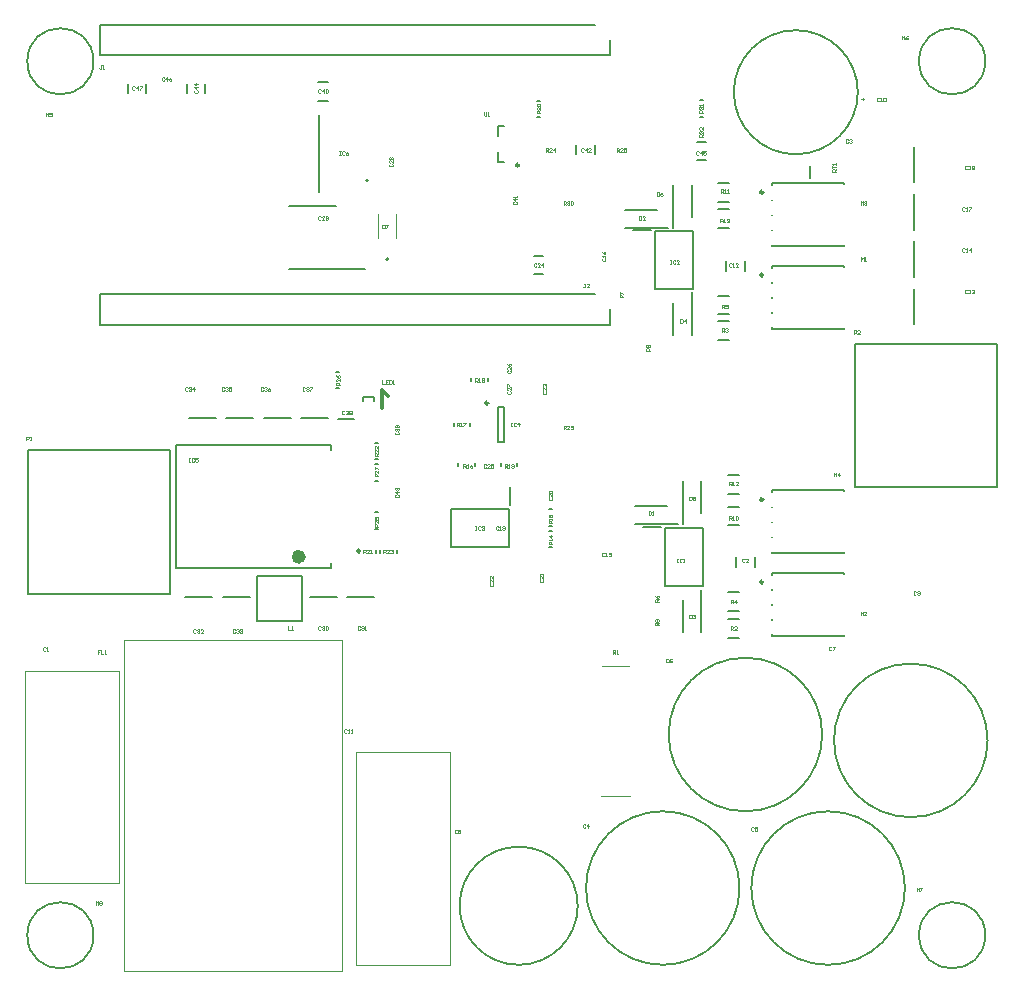
<source format=gto>
G04*
G04 #@! TF.GenerationSoftware,Altium Limited,Altium Designer,20.1.12 (249)*
G04*
G04 Layer_Color=65535*
%FSLAX44Y44*%
%MOMM*%
G71*
G04*
G04 #@! TF.SameCoordinates,85B36F8B-E135-4E31-A215-2F58F684B550*
G04*
G04*
G04 #@! TF.FilePolarity,Positive*
G04*
G01*
G75*
%ADD10C,0.6000*%
%ADD11C,0.2500*%
%ADD12C,0.2000*%
%ADD13C,0.1000*%
%ADD14C,0.3000*%
D10*
X234792Y350500D02*
G03*
X234792Y350500I-3000J0D01*
G01*
D11*
X283792Y355500D02*
G03*
X283792Y355500I-1250J0D01*
G01*
X392250Y480500D02*
G03*
X392250Y480500I-1250J0D01*
G01*
X625000Y329050D02*
G03*
X625000Y329050I-1250J0D01*
G01*
Y589050D02*
G03*
X625000Y589050I-1250J0D01*
G01*
Y399050D02*
G03*
X625000Y399050I-1250J0D01*
G01*
Y659050D02*
G03*
X625000Y659050I-1250J0D01*
G01*
X418250Y682000D02*
G03*
X418250Y682000I-1250J0D01*
G01*
D12*
X305766Y602492D02*
G03*
X307766Y602492I1000J0D01*
G01*
D02*
G03*
X305766Y602492I-1000J0D01*
G01*
X290340Y669120D02*
G03*
X290340Y669120I-890J0D01*
G01*
X58000Y770000D02*
G03*
X58000Y770000I-28000J0D01*
G01*
X675000Y200000D02*
G03*
X675000Y200000I-65000J0D01*
G01*
X705161Y743785D02*
G03*
X705161Y743785I-52500J0D01*
G01*
X58000Y30000D02*
G03*
X58000Y30000I-28000J0D01*
G01*
X745000Y70000D02*
G03*
X745000Y70000I-65000J0D01*
G01*
X605000D02*
G03*
X605000Y70000I-65000J0D01*
G01*
X468000Y55000D02*
G03*
X468000Y55000I-50000J0D01*
G01*
X815000Y195000D02*
G03*
X815000Y195000I-65000J0D01*
G01*
X813000Y770000D02*
G03*
X813000Y770000I-28000J0D01*
G01*
Y30000D02*
G03*
X813000Y30000I-28000J0D01*
G01*
X495700Y774950D02*
Y788000D01*
X63550Y774950D02*
X495700D01*
X63550D02*
Y800700D01*
X483000D01*
X703043Y530800D02*
X823043D01*
Y409200D02*
Y530800D01*
X703043Y409200D02*
X823043D01*
X703043D02*
Y530800D01*
X508166Y644426D02*
X535166D01*
X508166Y628927D02*
X544416D01*
X433750Y722542D02*
X436250D01*
X433750Y736543D02*
X436250D01*
X87145Y743158D02*
Y751095D01*
X102707Y743158D02*
Y751095D01*
X248531Y736559D02*
X256469D01*
X248531Y752121D02*
X256469D01*
X128293Y445050D02*
X258792D01*
X128293Y341000D02*
X258792D01*
Y345500D01*
Y440500D02*
Y445050D01*
X128293Y341000D02*
Y445050D01*
X138500Y468000D02*
X161500D01*
X170500D02*
X193500D01*
X202000D02*
X225000D01*
X263568Y493000D02*
X266068D01*
X263568Y507000D02*
X266068D01*
X285818Y485500D02*
X295818D01*
X285818Y482500D02*
Y485500D01*
X295818Y482500D02*
Y485500D01*
X516500Y393750D02*
X543500D01*
X516500Y378250D02*
X552750D01*
X392000Y499250D02*
Y501750D01*
X378000Y499250D02*
Y501750D01*
X2500Y319200D02*
X122500D01*
X2500D02*
Y440800D01*
X122500D01*
Y319200D02*
Y440800D01*
X223314Y594191D02*
X288314D01*
X223314Y647191D02*
X263064D01*
X296567Y374000D02*
X299068D01*
X296567Y388000D02*
X299068D01*
X296817Y353750D02*
Y356250D01*
X282817Y353750D02*
Y356250D01*
X314818Y353750D02*
Y356250D01*
X300818Y353750D02*
Y356250D01*
X377000Y461250D02*
Y463750D01*
X363000Y461250D02*
Y463750D01*
X405500Y447500D02*
Y477500D01*
X400500Y447500D02*
Y477500D01*
Y447500D02*
X405500D01*
X400500Y477500D02*
X405500D01*
X264818Y467000D02*
X278818D01*
X135500Y316000D02*
X158500D01*
X167318D02*
X190317D01*
X196817Y334000D02*
X234818D01*
X196817Y296000D02*
Y334000D01*
Y296000D02*
X234818D01*
Y334000D01*
X241318Y316000D02*
X264317D01*
X272600D02*
X295600D01*
X381000Y427250D02*
Y429750D01*
X367000Y427250D02*
Y429750D01*
X417000Y427250D02*
Y429750D01*
X403000Y427250D02*
Y429750D01*
X443750Y390500D02*
X446250D01*
X443750Y376500D02*
X446250D01*
X409500Y359000D02*
Y391000D01*
X360500Y359000D02*
X409500D01*
X360500D02*
Y391000D01*
X409500D01*
X410800Y394500D02*
Y409750D01*
X443750Y372500D02*
X446250D01*
X443750Y358500D02*
X446250D01*
X296567Y415000D02*
X299068D01*
X296567Y429000D02*
X299068D01*
X296567Y433000D02*
X299068D01*
X296567Y447000D02*
X299068D01*
X233500Y468000D02*
X256500D01*
X249000Y659500D02*
Y724500D01*
X495700Y546950D02*
Y560000D01*
X63550Y546950D02*
X495700D01*
X63550D02*
Y572700D01*
X483000D01*
X431031Y605281D02*
X438969D01*
X431031Y589719D02*
X438969D01*
X466835Y691250D02*
Y699188D01*
X482397Y691250D02*
Y699188D01*
X137292Y743158D02*
Y751095D01*
X152854Y743158D02*
Y751095D01*
X571250Y737000D02*
X573750D01*
X571250Y723000D02*
X573750D01*
X568868Y701781D02*
X576806D01*
X568868Y686219D02*
X576806D01*
X564416Y638176D02*
Y665176D01*
X548916Y628927D02*
Y665176D01*
X586936Y666676D02*
X596397D01*
X586936Y650676D02*
X596397D01*
X586936Y644677D02*
X596397D01*
X586936Y628676D02*
X596397D01*
X593885Y592707D02*
Y600645D01*
X609447Y592707D02*
Y600645D01*
X586936Y571676D02*
X596397D01*
X586936Y555676D02*
X596397D01*
X586936Y549677D02*
X596397D01*
X586936Y533676D02*
X596397D01*
X548916Y538176D02*
Y565176D01*
X564416Y538176D02*
Y574426D01*
X533666Y626176D02*
X565666D01*
Y577176D02*
Y626176D01*
X533666Y577176D02*
X565666D01*
X533666D02*
Y626176D01*
X514916Y627476D02*
X530166D01*
X557250Y286500D02*
Y313500D01*
X572750Y286500D02*
Y322750D01*
X542000Y374500D02*
X574000D01*
Y325500D02*
Y374500D01*
X542000Y325500D02*
X574000D01*
X542000D02*
Y374500D01*
X523250Y375800D02*
X538500D01*
X572750Y387500D02*
Y414500D01*
X557250Y378250D02*
Y414500D01*
X595269Y404000D02*
X604730D01*
X595269Y420000D02*
X604730D01*
X595269Y377000D02*
X604730D01*
X595269Y393000D02*
X604730D01*
X602219Y342031D02*
Y349969D01*
X617781Y342031D02*
Y349969D01*
X595269Y320500D02*
X604730D01*
X595269Y304500D02*
X604730D01*
X595269Y298000D02*
X604730D01*
X595269Y282000D02*
X604730D01*
X632500Y336750D02*
X693500D01*
X632500Y283250D02*
Y284700D01*
Y297200D02*
Y297400D01*
Y309900D02*
Y310100D01*
Y322600D02*
Y322800D01*
Y335300D02*
Y336750D01*
Y283250D02*
X693500D01*
Y284200D01*
Y335800D02*
Y336750D01*
X632500Y596750D02*
X693500D01*
X632500Y543250D02*
Y544700D01*
Y557200D02*
Y557400D01*
Y569900D02*
Y570100D01*
Y582600D02*
Y582800D01*
Y595300D02*
Y596750D01*
Y543250D02*
X693500D01*
Y544200D01*
Y595800D02*
Y596750D01*
X632500Y406750D02*
X693500D01*
X632500Y353250D02*
Y354700D01*
Y367200D02*
Y367400D01*
Y379900D02*
Y380100D01*
Y392600D02*
Y392800D01*
Y405300D02*
Y406750D01*
Y353250D02*
X693500D01*
Y354200D01*
Y405800D02*
Y406750D01*
X632500Y666750D02*
X693500D01*
X632500Y613250D02*
Y614700D01*
Y627200D02*
Y627400D01*
Y639900D02*
Y640100D01*
Y652600D02*
Y652800D01*
Y665300D02*
Y666750D01*
Y613250D02*
X693500D01*
Y614200D01*
Y665800D02*
Y666750D01*
X665000Y670993D02*
Y681492D01*
X752500Y667500D02*
Y697500D01*
Y627500D02*
Y657500D01*
Y587500D02*
Y617500D01*
Y547500D02*
Y577500D01*
X400500Y707000D02*
Y715000D01*
X405500D01*
X400500Y685000D02*
Y693000D01*
Y685000D02*
X405500D01*
D13*
X487500Y148000D02*
X512500D01*
X488750Y258000D02*
X511250D01*
X298966Y620493D02*
Y640492D01*
X314566Y620493D02*
Y640492D01*
X268500Y0D02*
Y280000D01*
X83500Y0D02*
X268500D01*
X83500D02*
Y280000D01*
X268500D01*
X0Y74043D02*
X80000D01*
Y254042D01*
X0D02*
X80000D01*
X0Y74043D02*
Y254042D01*
X280000Y5000D02*
X360000D01*
Y185000D01*
X280000D02*
X360000D01*
X280000Y5000D02*
Y185000D01*
X708161Y737785D02*
X710160D01*
X709160Y738784D02*
Y736785D01*
X701832Y539108D02*
Y542107D01*
X703332D01*
X703831Y541607D01*
Y540607D01*
X703332Y540108D01*
X701832D01*
X706830Y539108D02*
X704831D01*
X706830Y541107D01*
Y541607D01*
X706330Y542107D01*
X705331D01*
X704831Y541607D01*
X93001Y748500D02*
X92501Y748999D01*
X91501D01*
X91001Y748500D01*
Y746500D01*
X91501Y746001D01*
X92501D01*
X93001Y746500D01*
X95500Y746001D02*
Y748999D01*
X94000Y747500D01*
X96000D01*
X96999Y748999D02*
X98999D01*
Y748500D01*
X96999Y746500D01*
Y746001D01*
X118001Y756000D02*
X117501Y756499D01*
X116501D01*
X116001Y756000D01*
Y754000D01*
X116501Y753501D01*
X117501D01*
X118001Y754000D01*
X120500Y753501D02*
Y756499D01*
X119000Y755000D01*
X121000D01*
X123999Y756499D02*
X122999Y756000D01*
X121999Y755000D01*
Y754000D01*
X122499Y753501D01*
X123499D01*
X123999Y754000D01*
Y754500D01*
X123499Y755000D01*
X121999D01*
X456001Y458501D02*
Y461499D01*
X457501D01*
X458001Y461000D01*
Y460000D01*
X457501Y459500D01*
X456001D01*
X457001D02*
X458001Y458501D01*
X461000D02*
X459000D01*
X461000Y460500D01*
Y461000D01*
X460500Y461499D01*
X459500D01*
X459000Y461000D01*
X461999Y459000D02*
X462499Y458501D01*
X463499D01*
X463999Y459000D01*
Y461000D01*
X463499Y461499D01*
X462499D01*
X461999Y461000D01*
Y460500D01*
X462499Y460000D01*
X463999D01*
X1300Y449192D02*
Y452191D01*
X2799D01*
X3299Y451691D01*
Y450691D01*
X2799Y450192D01*
X1300D01*
X4299Y449192D02*
X5299D01*
X4799D01*
Y452191D01*
X4299Y451691D01*
X682749Y273891D02*
X682250Y274391D01*
X681250D01*
X680750Y273891D01*
Y271892D01*
X681250Y271392D01*
X682250D01*
X682749Y271892D01*
X683749Y274391D02*
X685748D01*
Y273891D01*
X683749Y271892D01*
Y271392D01*
X544500Y263500D02*
X544000Y264000D01*
X543001D01*
X542501Y263500D01*
Y261500D01*
X543001Y261000D01*
X544000D01*
X544500Y261500D01*
X547499Y264000D02*
X546499Y263500D01*
X545500Y262500D01*
Y261500D01*
X546000Y261000D01*
X546999D01*
X547499Y261500D01*
Y262000D01*
X546999Y262500D01*
X545500D01*
X617000Y121000D02*
X616500Y121500D01*
X615501D01*
X615001Y121000D01*
Y119000D01*
X615501Y118500D01*
X616500D01*
X617000Y119000D01*
X619999Y121500D02*
X618000D01*
Y120000D01*
X618999Y120500D01*
X619499D01*
X619999Y120000D01*
Y119000D01*
X619499Y118500D01*
X618500D01*
X618000Y119000D01*
X474500Y123500D02*
X474000Y124000D01*
X473001D01*
X472501Y123500D01*
Y121500D01*
X473001Y121000D01*
X474000D01*
X474500Y121500D01*
X476999Y121000D02*
Y124000D01*
X475500Y122500D01*
X477499D01*
X17501Y723501D02*
Y726499D01*
X18500Y725500D01*
X19500Y726499D01*
Y723501D01*
X22499Y726499D02*
X20500D01*
Y725000D01*
X21500Y725500D01*
X21999D01*
X22499Y725000D01*
Y724000D01*
X21999Y723501D01*
X21000D01*
X20500Y724000D01*
X60001Y56000D02*
Y59000D01*
X61000Y58000D01*
X62000Y59000D01*
Y56000D01*
X63000Y58500D02*
X63500Y59000D01*
X64499D01*
X64999Y58500D01*
Y58000D01*
X64499Y57500D01*
X64999Y57000D01*
Y56500D01*
X64499Y56000D01*
X63500D01*
X63000Y56500D01*
Y57000D01*
X63500Y57500D01*
X63000Y58000D01*
Y58500D01*
X63500Y57500D02*
X64499D01*
X754918Y67176D02*
Y70175D01*
X755918Y69175D01*
X756917Y70175D01*
Y67176D01*
X757917Y70175D02*
X759916D01*
Y69675D01*
X757917Y67676D01*
Y67176D01*
X742501Y788501D02*
Y791499D01*
X743501Y790500D01*
X744500Y791499D01*
Y788501D01*
X747499Y791499D02*
X746499Y791000D01*
X745500Y790000D01*
Y789000D01*
X746000Y788501D01*
X746999D01*
X747499Y789000D01*
Y789500D01*
X746999Y790000D01*
X745500D01*
X388650Y726765D02*
Y724266D01*
X389150Y723766D01*
X390149D01*
X390649Y724266D01*
Y726765D01*
X391649Y723766D02*
X392649D01*
X392149D01*
Y726765D01*
X391649Y726265D01*
X686499Y676501D02*
X683501D01*
Y678001D01*
X684000Y678501D01*
X685000D01*
X685500Y678001D01*
Y676501D01*
Y677501D02*
X686499Y678501D01*
X683501Y679500D02*
Y681500D01*
Y680500D01*
X686499D01*
Y682499D02*
Y683499D01*
Y682999D01*
X683501D01*
X684000Y682499D01*
X573999Y706001D02*
X571001D01*
Y707501D01*
X571500Y708001D01*
X572500D01*
X573000Y707501D01*
Y706001D01*
Y707001D02*
X573999Y708001D01*
X571500Y709000D02*
X571001Y709500D01*
Y710500D01*
X571500Y711000D01*
X572000D01*
X572500Y710500D01*
Y710000D01*
Y710500D01*
X573000Y711000D01*
X573500D01*
X573999Y710500D01*
Y709500D01*
X573500Y709000D01*
X573999Y713999D02*
Y711999D01*
X572000Y713999D01*
X571500D01*
X571001Y713499D01*
Y712499D01*
X571500Y711999D01*
X573999Y726501D02*
X571001D01*
Y728001D01*
X571500Y728501D01*
X572500D01*
X573000Y728001D01*
Y726501D01*
Y727501D02*
X573999Y728501D01*
X571500Y729500D02*
X571001Y730000D01*
Y731000D01*
X571500Y731499D01*
X572000D01*
X572500Y731000D01*
Y730500D01*
Y731000D01*
X573000Y731499D01*
X573500D01*
X573999Y731000D01*
Y730000D01*
X573500Y729500D01*
X573999Y732499D02*
Y733499D01*
Y732999D01*
X571001D01*
X571500Y732499D01*
X456001Y648501D02*
Y651499D01*
X457501D01*
X458001Y651000D01*
Y650000D01*
X457501Y649500D01*
X456001D01*
X457001D02*
X458001Y648501D01*
X459000Y651000D02*
X459500Y651499D01*
X460500D01*
X461000Y651000D01*
Y650500D01*
X460500Y650000D01*
X460000D01*
X460500D01*
X461000Y649500D01*
Y649000D01*
X460500Y648501D01*
X459500D01*
X459000Y649000D01*
X461999Y651000D02*
X462499Y651499D01*
X463499D01*
X463999Y651000D01*
Y649000D01*
X463499Y648501D01*
X462499D01*
X461999Y649000D01*
Y651000D01*
X299000Y376001D02*
X296000D01*
Y377501D01*
X296500Y378001D01*
X297500D01*
X298000Y377501D01*
Y376001D01*
Y377001D02*
X299000Y378001D01*
Y381000D02*
Y379000D01*
X297000Y381000D01*
X296500D01*
X296000Y380500D01*
Y379500D01*
X296500Y379000D01*
Y381999D02*
X296000Y382499D01*
Y383499D01*
X296500Y383999D01*
X297000D01*
X297500Y383499D01*
X298000Y383999D01*
X298500D01*
X299000Y383499D01*
Y382499D01*
X298500Y381999D01*
X298000D01*
X297500Y382499D01*
X297000Y381999D01*
X296500D01*
X297500Y382499D02*
Y383499D01*
X299000Y418501D02*
X296000D01*
Y420001D01*
X296500Y420501D01*
X297500D01*
X298000Y420001D01*
Y418501D01*
Y419501D02*
X299000Y420501D01*
Y423500D02*
Y421500D01*
X297000Y423500D01*
X296500D01*
X296000Y423000D01*
Y422000D01*
X296500Y421500D01*
X296000Y424499D02*
Y426499D01*
X296500D01*
X298500Y424499D01*
X299000D01*
X266500Y496001D02*
X263500D01*
Y497501D01*
X264000Y498001D01*
X265000D01*
X265500Y497501D01*
Y496001D01*
Y497001D02*
X266500Y498001D01*
Y501000D02*
Y499000D01*
X264500Y501000D01*
X264000D01*
X263500Y500500D01*
Y499500D01*
X264000Y499000D01*
X263500Y503999D02*
X264000Y502999D01*
X265000Y501999D01*
X266000D01*
X266500Y502499D01*
Y503499D01*
X266000Y503999D01*
X265500D01*
X265000Y503499D01*
Y501999D01*
X501001Y693501D02*
Y696499D01*
X502501D01*
X503001Y696000D01*
Y695000D01*
X502501Y694500D01*
X501001D01*
X502001D02*
X503001Y693501D01*
X506000D02*
X504000D01*
X506000Y695500D01*
Y696000D01*
X505500Y696499D01*
X504500D01*
X504000Y696000D01*
X508999Y696499D02*
X506999D01*
Y695000D01*
X507999Y695500D01*
X508499D01*
X508999Y695000D01*
Y694000D01*
X508499Y693501D01*
X507499D01*
X506999Y694000D01*
X441001Y693501D02*
Y696499D01*
X442501D01*
X443001Y696000D01*
Y695000D01*
X442501Y694500D01*
X441001D01*
X442001D02*
X443001Y693501D01*
X446000D02*
X444000D01*
X446000Y695500D01*
Y696000D01*
X445500Y696499D01*
X444500D01*
X444000Y696000D01*
X448499Y693501D02*
Y696499D01*
X446999Y695000D01*
X448999D01*
X303501Y353501D02*
Y356499D01*
X305001D01*
X305501Y356000D01*
Y355000D01*
X305001Y354500D01*
X303501D01*
X304501D02*
X305501Y353501D01*
X308500D02*
X306500D01*
X308500Y355500D01*
Y356000D01*
X308000Y356499D01*
X307000D01*
X306500Y356000D01*
X309499D02*
X309999Y356499D01*
X310999D01*
X311499Y356000D01*
Y355500D01*
X310999Y355000D01*
X310499D01*
X310999D01*
X311499Y354500D01*
Y354000D01*
X310999Y353501D01*
X309999D01*
X309499Y354000D01*
X299000Y436001D02*
X296000D01*
Y437501D01*
X296500Y438001D01*
X297500D01*
X298000Y437501D01*
Y436001D01*
Y437001D02*
X299000Y438001D01*
Y441000D02*
Y439000D01*
X297000Y441000D01*
X296500D01*
X296000Y440500D01*
Y439500D01*
X296500Y439000D01*
X299000Y443999D02*
Y441999D01*
X297000Y443999D01*
X296500D01*
X296000Y443499D01*
Y442499D01*
X296500Y441999D01*
X286501Y353501D02*
Y356499D01*
X288001D01*
X288500Y356000D01*
Y355000D01*
X288001Y354500D01*
X286501D01*
X287501D02*
X288500Y353501D01*
X291500D02*
X289500D01*
X291500Y355500D01*
Y356000D01*
X291000Y356499D01*
X290000D01*
X289500Y356000D01*
X292499Y353501D02*
X293499D01*
X292999D01*
Y356499D01*
X292499Y356000D01*
X436499Y726001D02*
X433501D01*
Y727501D01*
X434000Y728001D01*
X435000D01*
X435500Y727501D01*
Y726001D01*
Y727001D02*
X436499Y728001D01*
Y731000D02*
Y729000D01*
X434500Y731000D01*
X434000D01*
X433501Y730500D01*
Y729500D01*
X434000Y729000D01*
Y731999D02*
X433501Y732499D01*
Y733499D01*
X434000Y733999D01*
X436000D01*
X436499Y733499D01*
Y732499D01*
X436000Y731999D01*
X434000D01*
X406251Y426001D02*
Y428999D01*
X407751D01*
X408251Y428500D01*
Y427500D01*
X407751Y427000D01*
X406251D01*
X407251D02*
X408251Y426001D01*
X409250D02*
X410250D01*
X409750D01*
Y428999D01*
X409250Y428500D01*
X411749Y426500D02*
X412249Y426001D01*
X413249D01*
X413749Y426500D01*
Y428500D01*
X413249Y428999D01*
X412249D01*
X411749Y428500D01*
Y428000D01*
X412249Y427500D01*
X413749D01*
X381251Y498501D02*
Y501499D01*
X382751D01*
X383251Y501000D01*
Y500000D01*
X382751Y499500D01*
X381251D01*
X382251D02*
X383251Y498501D01*
X384250D02*
X385250D01*
X384750D01*
Y501499D01*
X384250Y501000D01*
X386749D02*
X387249Y501499D01*
X388249D01*
X388749Y501000D01*
Y500500D01*
X388249Y500000D01*
X388749Y499500D01*
Y499000D01*
X388249Y498501D01*
X387249D01*
X386749Y499000D01*
Y499500D01*
X387249Y500000D01*
X386749Y500500D01*
Y501000D01*
X387249Y500000D02*
X388249D01*
X365751Y461001D02*
Y463999D01*
X367251D01*
X367751Y463500D01*
Y462500D01*
X367251Y462000D01*
X365751D01*
X366751D02*
X367751Y461001D01*
X368750D02*
X369750D01*
X369250D01*
Y463999D01*
X368750Y463500D01*
X371249Y463999D02*
X373249D01*
Y463500D01*
X371249Y461500D01*
Y461001D01*
X371251Y426001D02*
Y428999D01*
X372751D01*
X373251Y428500D01*
Y427500D01*
X372751Y427000D01*
X371251D01*
X372251D02*
X373251Y426001D01*
X374250D02*
X375250D01*
X374750D01*
Y428999D01*
X374250Y428500D01*
X378749Y428999D02*
X377749Y428500D01*
X376749Y427500D01*
Y426500D01*
X377249Y426001D01*
X378249D01*
X378749Y426500D01*
Y427000D01*
X378249Y427500D01*
X376749D01*
X446499Y378751D02*
X443501D01*
Y380251D01*
X444000Y380751D01*
X445000D01*
X445500Y380251D01*
Y378751D01*
Y379751D02*
X446499Y380751D01*
Y381750D02*
Y382750D01*
Y382250D01*
X443501D01*
X444000Y381750D01*
X443501Y386249D02*
Y384249D01*
X445000D01*
X444500Y385249D01*
Y385749D01*
X445000Y386249D01*
X446000D01*
X446499Y385749D01*
Y384749D01*
X446000Y384249D01*
X446499Y361251D02*
X443501D01*
Y362751D01*
X444000Y363251D01*
X445000D01*
X445500Y362751D01*
Y361251D01*
Y362251D02*
X446499Y363251D01*
Y364250D02*
Y365250D01*
Y364750D01*
X443501D01*
X444000Y364250D01*
X446499Y368249D02*
X443501D01*
X445000Y366749D01*
Y368749D01*
X588751Y633501D02*
Y636499D01*
X590251D01*
X590751Y636000D01*
Y635000D01*
X590251Y634500D01*
X588751D01*
X589751D02*
X590751Y633501D01*
X591750D02*
X592750D01*
X592250D01*
Y636499D01*
X591750Y636000D01*
X594249D02*
X594749Y636499D01*
X595749D01*
X596249Y636000D01*
Y635500D01*
X595749Y635000D01*
X595249D01*
X595749D01*
X596249Y634500D01*
Y634000D01*
X595749Y633501D01*
X594749D01*
X594249Y634000D01*
X596251Y411001D02*
Y413999D01*
X597751D01*
X598251Y413500D01*
Y412500D01*
X597751Y412000D01*
X596251D01*
X597251D02*
X598251Y411001D01*
X599250D02*
X600250D01*
X599750D01*
Y413999D01*
X599250Y413500D01*
X603749Y411001D02*
X601749D01*
X603749Y413000D01*
Y413500D01*
X603249Y413999D01*
X602249D01*
X601749Y413500D01*
X589251Y658501D02*
Y661499D01*
X590751D01*
X591250Y661000D01*
Y660000D01*
X590751Y659500D01*
X589251D01*
X590251D02*
X591250Y658501D01*
X592250D02*
X593250D01*
X592750D01*
Y661499D01*
X592250Y661000D01*
X594749Y658501D02*
X595749D01*
X595249D01*
Y661499D01*
X594749Y661000D01*
X596251Y382001D02*
Y385000D01*
X597751D01*
X598251Y384500D01*
Y383500D01*
X597751Y383000D01*
X596251D01*
X597251D02*
X598251Y382001D01*
X599250D02*
X600250D01*
X599750D01*
Y385000D01*
X599250Y384500D01*
X601749D02*
X602249Y385000D01*
X603249D01*
X603749Y384500D01*
Y382500D01*
X603249Y382001D01*
X602249D01*
X601749Y382500D01*
Y384500D01*
X528999Y525001D02*
X526001D01*
Y526500D01*
X526500Y527000D01*
X527500D01*
X528000Y526500D01*
Y525001D01*
Y526001D02*
X528999Y527000D01*
X528500Y528000D02*
X528999Y528500D01*
Y529499D01*
X528500Y529999D01*
X526500D01*
X526001Y529499D01*
Y528500D01*
X526500Y528000D01*
X527000D01*
X527500Y528500D01*
Y529999D01*
X536499Y292501D02*
X533501D01*
Y294000D01*
X534000Y294500D01*
X535000D01*
X535500Y294000D01*
Y292501D01*
Y293500D02*
X536499Y294500D01*
X534000Y295500D02*
X533501Y296000D01*
Y296999D01*
X534000Y297499D01*
X534500D01*
X535000Y296999D01*
X535500Y297499D01*
X536000D01*
X536499Y296999D01*
Y296000D01*
X536000Y295500D01*
X535500D01*
X535000Y296000D01*
X534500Y295500D01*
X534000D01*
X535000Y296000D02*
Y296999D01*
X506499Y570001D02*
X503501D01*
Y571500D01*
X504000Y572000D01*
X505000D01*
X505500Y571500D01*
Y570001D01*
Y571001D02*
X506499Y572000D01*
X503501Y573000D02*
Y574999D01*
X504000D01*
X506000Y573000D01*
X506499D01*
X536499Y312501D02*
X533501D01*
Y314000D01*
X534000Y314500D01*
X535000D01*
X535500Y314000D01*
Y312501D01*
Y313500D02*
X536499Y314500D01*
X533501Y317499D02*
X534000Y316500D01*
X535000Y315500D01*
X536000D01*
X536499Y316000D01*
Y316999D01*
X536000Y317499D01*
X535500D01*
X535000Y316999D01*
Y315500D01*
X590001Y561001D02*
Y563999D01*
X591500D01*
X592000Y563500D01*
Y562500D01*
X591500Y562000D01*
X590001D01*
X591001D02*
X592000Y561001D01*
X594999Y563999D02*
X593000D01*
Y562500D01*
X593999Y563000D01*
X594499D01*
X594999Y562500D01*
Y561500D01*
X594499Y561001D01*
X593500D01*
X593000Y561500D01*
X597501Y311000D02*
Y314000D01*
X599000D01*
X599500Y313500D01*
Y312500D01*
X599000Y312000D01*
X597501D01*
X598501D02*
X599500Y311000D01*
X601999D02*
Y314000D01*
X600500Y312500D01*
X602499D01*
X590001Y541001D02*
Y543999D01*
X591500D01*
X592000Y543500D01*
Y542500D01*
X591500Y542000D01*
X590001D01*
X591001D02*
X592000Y541001D01*
X593000Y543500D02*
X593500Y543999D01*
X594499D01*
X594999Y543500D01*
Y543000D01*
X594499Y542500D01*
X593999D01*
X594499D01*
X594999Y542000D01*
Y541500D01*
X594499Y541001D01*
X593500D01*
X593000Y541500D01*
X597501Y288500D02*
Y291500D01*
X599000D01*
X599500Y291000D01*
Y290000D01*
X599000Y289500D01*
X597501D01*
X598501D02*
X599500Y288500D01*
X602499D02*
X600500D01*
X602499Y290500D01*
Y291000D01*
X601999Y291500D01*
X601000D01*
X600500Y291000D01*
X498001Y268500D02*
Y271500D01*
X499500D01*
X500000Y271000D01*
Y270000D01*
X499500Y269500D01*
X498001D01*
X499000D02*
X500000Y268500D01*
X501000D02*
X501999D01*
X501499D01*
Y271500D01*
X501000Y271000D01*
X685001Y418501D02*
Y421499D01*
X686001Y420500D01*
X687000Y421499D01*
Y418501D01*
X689499D02*
Y421499D01*
X688000Y420000D01*
X689999D01*
X707501Y648501D02*
Y651499D01*
X708501Y650500D01*
X709500Y651499D01*
Y648501D01*
X710500Y651000D02*
X711000Y651499D01*
X711999D01*
X712499Y651000D01*
Y650500D01*
X711999Y650000D01*
X711499D01*
X711999D01*
X712499Y649500D01*
Y649000D01*
X711999Y648501D01*
X711000D01*
X710500Y649000D01*
X707501Y301000D02*
Y304000D01*
X708501Y303000D01*
X709500Y304000D01*
Y301000D01*
X712499D02*
X710500D01*
X712499Y303000D01*
Y303500D01*
X711999Y304000D01*
X711000D01*
X710500Y303500D01*
X708001Y601001D02*
Y603999D01*
X709000Y603000D01*
X710000Y603999D01*
Y601001D01*
X711000D02*
X711999D01*
X711499D01*
Y603999D01*
X711000Y603500D01*
X302502Y500000D02*
Y497001D01*
X304501D01*
X307500Y500000D02*
X305501D01*
Y497001D01*
X307500D01*
X305501Y498500D02*
X306500D01*
X308500Y500000D02*
Y497001D01*
X309999D01*
X310499Y497500D01*
Y499500D01*
X309999Y500000D01*
X308500D01*
X311499Y497001D02*
X312498D01*
X311999D01*
Y500000D01*
X311499Y499500D01*
X223001Y291500D02*
Y288500D01*
X225000D01*
X226000D02*
X226999D01*
X226500D01*
Y291500D01*
X226000Y291000D01*
X474500Y581499D02*
X473501D01*
X474000D01*
Y579000D01*
X473501Y578501D01*
X473001D01*
X472501Y579000D01*
X477499Y578501D02*
X475500D01*
X477499Y580500D01*
Y581000D01*
X476999Y581499D01*
X476000D01*
X475500Y581000D01*
X65000Y766499D02*
X64000D01*
X64500D01*
Y764000D01*
X64000Y763501D01*
X63500D01*
X63001Y764000D01*
X66000Y763501D02*
X66999D01*
X66500D01*
Y766499D01*
X66000Y766000D01*
X266251Y693999D02*
X267251D01*
X266751D01*
Y691001D01*
X266251D01*
X267251D01*
X270750Y693500D02*
X270250Y693999D01*
X269250D01*
X268750Y693500D01*
Y691500D01*
X269250Y691001D01*
X270250D01*
X270750Y691500D01*
X273749Y693999D02*
X272749Y693500D01*
X271749Y692500D01*
Y691500D01*
X272249Y691001D01*
X273249D01*
X273749Y691500D01*
Y692000D01*
X273249Y692500D01*
X271749D01*
X138751Y433999D02*
X139751D01*
X139251D01*
Y431001D01*
X138751D01*
X139751D01*
X143250Y433500D02*
X142750Y433999D01*
X141750D01*
X141250Y433500D01*
Y431500D01*
X141750Y431001D01*
X142750D01*
X143250Y431500D01*
X146249Y433999D02*
X144249D01*
Y432500D01*
X145249Y433000D01*
X145749D01*
X146249Y432500D01*
Y431500D01*
X145749Y431001D01*
X144749D01*
X144249Y431500D01*
X411251Y463999D02*
X412251D01*
X411751D01*
Y461001D01*
X411251D01*
X412251D01*
X415750Y463500D02*
X415250Y463999D01*
X414250D01*
X413750Y463500D01*
Y461500D01*
X414250Y461001D01*
X415250D01*
X415750Y461500D01*
X418249Y461001D02*
Y463999D01*
X416749Y462500D01*
X418749D01*
X381251Y376499D02*
X382251D01*
X381751D01*
Y373501D01*
X381251D01*
X382251D01*
X385750Y376000D02*
X385250Y376499D01*
X384250D01*
X383750Y376000D01*
Y374000D01*
X384250Y373501D01*
X385250D01*
X385750Y374000D01*
X386749Y376000D02*
X387249Y376499D01*
X388249D01*
X388749Y376000D01*
Y375500D01*
X388249Y375000D01*
X387749D01*
X388249D01*
X388749Y374500D01*
Y374000D01*
X388249Y373501D01*
X387249D01*
X386749Y374000D01*
X546251Y601499D02*
X547251D01*
X546751D01*
Y598501D01*
X546251D01*
X547251D01*
X550750Y601000D02*
X550250Y601499D01*
X549250D01*
X548750Y601000D01*
Y599000D01*
X549250Y598501D01*
X550250D01*
X550750Y599000D01*
X553749Y598501D02*
X551749D01*
X553749Y600500D01*
Y601000D01*
X553249Y601499D01*
X552249D01*
X551749Y601000D01*
X551751Y348999D02*
X552751D01*
X552251D01*
Y346001D01*
X551751D01*
X552751D01*
X556250Y348500D02*
X555750Y348999D01*
X554750D01*
X554250Y348500D01*
Y346500D01*
X554750Y346001D01*
X555750D01*
X556250Y346500D01*
X557249Y346001D02*
X558249D01*
X557749D01*
Y348999D01*
X557249Y348500D01*
X63500Y271500D02*
X61501D01*
Y270000D01*
X62501D01*
X61501D01*
Y268500D01*
X64500Y271500D02*
Y268500D01*
X66500D01*
X67499D02*
X68499D01*
X67999D01*
Y271500D01*
X67499Y271000D01*
X302501Y631499D02*
Y628501D01*
X304000D01*
X304500Y629000D01*
Y631000D01*
X304000Y631499D01*
X302501D01*
X305500D02*
X307499D01*
Y631000D01*
X305500Y629000D01*
Y628501D01*
X535001Y658999D02*
Y656001D01*
X536500D01*
X537000Y656500D01*
Y658500D01*
X536500Y658999D01*
X535001D01*
X539999D02*
X538999Y658500D01*
X538000Y657500D01*
Y656500D01*
X538500Y656001D01*
X539499D01*
X539999Y656500D01*
Y657000D01*
X539499Y657500D01*
X538000D01*
X562501Y401499D02*
Y398501D01*
X564000D01*
X564500Y399000D01*
Y401000D01*
X564000Y401499D01*
X562501D01*
X567499D02*
X565500D01*
Y400000D01*
X566499Y400500D01*
X566999D01*
X567499Y400000D01*
Y399000D01*
X566999Y398501D01*
X566000D01*
X565500Y399000D01*
X555001Y551499D02*
Y548501D01*
X556500D01*
X557000Y549000D01*
Y551000D01*
X556500Y551499D01*
X555001D01*
X559499Y548501D02*
Y551499D01*
X558000Y550000D01*
X559999D01*
X562501Y301500D02*
Y298500D01*
X564000D01*
X564500Y299000D01*
Y301000D01*
X564000Y301500D01*
X562501D01*
X565500Y301000D02*
X566000Y301500D01*
X566999D01*
X567499Y301000D01*
Y300500D01*
X566999Y300000D01*
X566499D01*
X566999D01*
X567499Y299500D01*
Y299000D01*
X566999Y298500D01*
X566000D01*
X565500Y299000D01*
X520001Y638999D02*
Y636001D01*
X521500D01*
X522000Y636500D01*
Y638500D01*
X521500Y638999D01*
X520001D01*
X524999Y636001D02*
X523000D01*
X524999Y638000D01*
Y638500D01*
X524499Y638999D01*
X523500D01*
X523000Y638500D01*
X528001Y388999D02*
Y386001D01*
X529500D01*
X530000Y386500D01*
Y388500D01*
X529500Y388999D01*
X528001D01*
X531000Y386001D02*
X531999D01*
X531499D01*
Y388999D01*
X531000Y388500D01*
X570501Y693500D02*
X570001Y693999D01*
X569001D01*
X568501Y693500D01*
Y691500D01*
X569001Y691001D01*
X570001D01*
X570501Y691500D01*
X573000Y691001D02*
Y693999D01*
X571500Y692500D01*
X573500D01*
X576499Y693999D02*
X574499D01*
Y692500D01*
X575499Y693000D01*
X575999D01*
X576499Y692500D01*
Y691500D01*
X575999Y691001D01*
X574999D01*
X574499Y691500D01*
X144000Y745501D02*
X143500Y745001D01*
Y744001D01*
X144000Y743501D01*
X146000D01*
X146500Y744001D01*
Y745001D01*
X146000Y745501D01*
X146500Y748000D02*
X143500D01*
X145000Y746500D01*
Y748500D01*
X146500Y750999D02*
X143500D01*
X145000Y749499D01*
Y751499D01*
X314000Y403001D02*
X313500Y402501D01*
Y401501D01*
X314000Y401001D01*
X316000D01*
X316500Y401501D01*
Y402501D01*
X316000Y403001D01*
X316500Y405500D02*
X313500D01*
X315000Y404000D01*
Y406000D01*
X314000Y406999D02*
X313500Y407499D01*
Y408499D01*
X314000Y408999D01*
X314500D01*
X315000Y408499D01*
Y407999D01*
Y408499D01*
X315500Y408999D01*
X316000D01*
X316500Y408499D01*
Y407499D01*
X316000Y406999D01*
X473001Y696000D02*
X472501Y696499D01*
X471501D01*
X471001Y696000D01*
Y694000D01*
X471501Y693501D01*
X472501D01*
X473001Y694000D01*
X475500Y693501D02*
Y696499D01*
X474000Y695000D01*
X476000D01*
X478999Y693501D02*
X476999D01*
X478999Y695500D01*
Y696000D01*
X478499Y696499D01*
X477499D01*
X476999Y696000D01*
X414000Y651001D02*
X413501Y650501D01*
Y649501D01*
X414000Y649001D01*
X416000D01*
X416499Y649501D01*
Y650501D01*
X416000Y651001D01*
X416499Y653500D02*
X413501D01*
X415000Y652000D01*
Y653999D01*
X416499Y654999D02*
Y655999D01*
Y655499D01*
X413501D01*
X414000Y654999D01*
X250501Y746000D02*
X250001Y746499D01*
X249001D01*
X248501Y746000D01*
Y744000D01*
X249001Y743501D01*
X250001D01*
X250501Y744000D01*
X253000Y743501D02*
Y746499D01*
X251500Y745000D01*
X253500D01*
X254499Y746000D02*
X254999Y746499D01*
X255999D01*
X256499Y746000D01*
Y744000D01*
X255999Y743501D01*
X254999D01*
X254499Y744000D01*
Y746000D01*
X314000Y456001D02*
X313500Y455501D01*
Y454501D01*
X314000Y454001D01*
X316000D01*
X316500Y454501D01*
Y455501D01*
X316000Y456001D01*
X314000Y457000D02*
X313500Y457500D01*
Y458500D01*
X314000Y459000D01*
X314500D01*
X315000Y458500D01*
Y458000D01*
Y458500D01*
X315500Y459000D01*
X316000D01*
X316500Y458500D01*
Y457500D01*
X316000Y457000D01*
Y459999D02*
X316500Y460499D01*
Y461499D01*
X316000Y461999D01*
X314000D01*
X313500Y461499D01*
Y460499D01*
X314000Y459999D01*
X314500D01*
X315000Y460499D01*
Y461999D01*
X270501Y473500D02*
X270001Y473999D01*
X269001D01*
X268501Y473500D01*
Y471500D01*
X269001Y471001D01*
X270001D01*
X270501Y471500D01*
X271500Y473500D02*
X272000Y473999D01*
X273000D01*
X273500Y473500D01*
Y473000D01*
X273000Y472500D01*
X272500D01*
X273000D01*
X273500Y472000D01*
Y471500D01*
X273000Y471001D01*
X272000D01*
X271500Y471500D01*
X274499Y473500D02*
X274999Y473999D01*
X275999D01*
X276499Y473500D01*
Y473000D01*
X275999Y472500D01*
X276499Y472000D01*
Y471500D01*
X275999Y471001D01*
X274999D01*
X274499Y471500D01*
Y472000D01*
X274999Y472500D01*
X274499Y473000D01*
Y473500D01*
X274999Y472500D02*
X275999D01*
X237183Y493500D02*
X236683Y493999D01*
X235684D01*
X235184Y493500D01*
Y491500D01*
X235684Y491001D01*
X236683D01*
X237183Y491500D01*
X238183Y493500D02*
X238683Y493999D01*
X239682D01*
X240182Y493500D01*
Y493000D01*
X239682Y492500D01*
X239182D01*
X239682D01*
X240182Y492000D01*
Y491500D01*
X239682Y491001D01*
X238683D01*
X238183Y491500D01*
X241182Y493999D02*
X243181D01*
Y493500D01*
X241182Y491500D01*
Y491001D01*
X201683Y493500D02*
X201183Y493999D01*
X200184D01*
X199684Y493500D01*
Y491500D01*
X200184Y491001D01*
X201183D01*
X201683Y491500D01*
X202683Y493500D02*
X203183Y493999D01*
X204182D01*
X204682Y493500D01*
Y493000D01*
X204182Y492500D01*
X203682D01*
X204182D01*
X204682Y492000D01*
Y491500D01*
X204182Y491001D01*
X203183D01*
X202683Y491500D01*
X207681Y493999D02*
X206681Y493500D01*
X205682Y492500D01*
Y491500D01*
X206182Y491001D01*
X207181D01*
X207681Y491500D01*
Y492000D01*
X207181Y492500D01*
X205682D01*
X168683Y493500D02*
X168183Y493999D01*
X167184D01*
X166684Y493500D01*
Y491500D01*
X167184Y491001D01*
X168183D01*
X168683Y491500D01*
X169683Y493500D02*
X170183Y493999D01*
X171182D01*
X171682Y493500D01*
Y493000D01*
X171182Y492500D01*
X170683D01*
X171182D01*
X171682Y492000D01*
Y491500D01*
X171182Y491001D01*
X170183D01*
X169683Y491500D01*
X174681Y493999D02*
X172682D01*
Y492500D01*
X173682Y493000D01*
X174181D01*
X174681Y492500D01*
Y491500D01*
X174181Y491001D01*
X173182D01*
X172682Y491500D01*
X137683Y493500D02*
X137183Y493999D01*
X136184D01*
X135684Y493500D01*
Y491500D01*
X136184Y491001D01*
X137183D01*
X137683Y491500D01*
X138683Y493500D02*
X139183Y493999D01*
X140182D01*
X140682Y493500D01*
Y493000D01*
X140182Y492500D01*
X139683D01*
X140182D01*
X140682Y492000D01*
Y491500D01*
X140182Y491001D01*
X139183D01*
X138683Y491500D01*
X143181Y491001D02*
Y493999D01*
X141682Y492500D01*
X143681D01*
X178001Y288500D02*
X177501Y289000D01*
X176501D01*
X176001Y288500D01*
Y286500D01*
X176501Y286000D01*
X177501D01*
X178001Y286500D01*
X179000Y288500D02*
X179500Y289000D01*
X180500D01*
X181000Y288500D01*
Y288000D01*
X180500Y287500D01*
X180000D01*
X180500D01*
X181000Y287000D01*
Y286500D01*
X180500Y286000D01*
X179500D01*
X179000Y286500D01*
X181999Y288500D02*
X182499Y289000D01*
X183499D01*
X183999Y288500D01*
Y288000D01*
X183499Y287500D01*
X182999D01*
X183499D01*
X183999Y287000D01*
Y286500D01*
X183499Y286000D01*
X182499D01*
X181999Y286500D01*
X144683Y288500D02*
X144183Y289000D01*
X143184D01*
X142684Y288500D01*
Y286500D01*
X143184Y286000D01*
X144183D01*
X144683Y286500D01*
X145683Y288500D02*
X146183Y289000D01*
X147182D01*
X147682Y288500D01*
Y288000D01*
X147182Y287500D01*
X146683D01*
X147182D01*
X147682Y287000D01*
Y286500D01*
X147182Y286000D01*
X146183D01*
X145683Y286500D01*
X150681Y286000D02*
X148682D01*
X150681Y288000D01*
Y288500D01*
X150181Y289000D01*
X149182D01*
X148682Y288500D01*
X283783Y291000D02*
X283283Y291500D01*
X282283D01*
X281784Y291000D01*
Y289000D01*
X282283Y288500D01*
X283283D01*
X283783Y289000D01*
X284783Y291000D02*
X285282Y291500D01*
X286282D01*
X286782Y291000D01*
Y290500D01*
X286282Y290000D01*
X285782D01*
X286282D01*
X286782Y289500D01*
Y289000D01*
X286282Y288500D01*
X285282D01*
X284783Y289000D01*
X287782Y288500D02*
X288781D01*
X288281D01*
Y291500D01*
X287782Y291000D01*
X250501D02*
X250001Y291500D01*
X249001D01*
X248501Y291000D01*
Y289000D01*
X249001Y288500D01*
X250001D01*
X250501Y289000D01*
X251500Y291000D02*
X252000Y291500D01*
X253000D01*
X253500Y291000D01*
Y290500D01*
X253000Y290000D01*
X252500D01*
X253000D01*
X253500Y289500D01*
Y289000D01*
X253000Y288500D01*
X252000D01*
X251500Y289000D01*
X254499Y291000D02*
X254999Y291500D01*
X255999D01*
X256499Y291000D01*
Y289000D01*
X255999Y288500D01*
X254999D01*
X254499Y289000D01*
Y291000D01*
X250501Y638500D02*
X250001Y638999D01*
X249001D01*
X248501Y638500D01*
Y636500D01*
X249001Y636001D01*
X250001D01*
X250501Y636500D01*
X253500Y636001D02*
X251500D01*
X253500Y638000D01*
Y638500D01*
X253000Y638999D01*
X252000D01*
X251500Y638500D01*
X254499Y636500D02*
X254999Y636001D01*
X255999D01*
X256499Y636500D01*
Y638500D01*
X255999Y638999D01*
X254999D01*
X254499Y638500D01*
Y638000D01*
X254999Y637500D01*
X256499D01*
X309000Y683001D02*
X308500Y682501D01*
Y681501D01*
X309000Y681001D01*
X311000D01*
X311500Y681501D01*
Y682501D01*
X311000Y683001D01*
X311500Y686000D02*
Y684000D01*
X309500Y686000D01*
X309000D01*
X308500Y685500D01*
Y684500D01*
X309000Y684000D01*
Y686999D02*
X308500Y687499D01*
Y688499D01*
X309000Y688999D01*
X309500D01*
X310000Y688499D01*
X310500Y688999D01*
X311000D01*
X311500Y688499D01*
Y687499D01*
X311000Y686999D01*
X310500D01*
X310000Y687499D01*
X309500Y686999D01*
X309000D01*
X310000Y687499D02*
Y688499D01*
X409000Y490501D02*
X408501Y490001D01*
Y489001D01*
X409000Y488501D01*
X411000D01*
X411499Y489001D01*
Y490001D01*
X411000Y490501D01*
X411499Y493500D02*
Y491500D01*
X409500Y493500D01*
X409000D01*
X408501Y493000D01*
Y492000D01*
X409000Y491500D01*
X408501Y494499D02*
Y496499D01*
X409000D01*
X411000Y494499D01*
X411499D01*
X409000Y508001D02*
X408501Y507501D01*
Y506501D01*
X409000Y506001D01*
X411000D01*
X411499Y506501D01*
Y507501D01*
X411000Y508001D01*
X411499Y511000D02*
Y509000D01*
X409500Y511000D01*
X409000D01*
X408501Y510500D01*
Y509500D01*
X409000Y509000D01*
X408501Y513999D02*
X409000Y512999D01*
X410000Y511999D01*
X411000D01*
X411499Y512499D01*
Y513499D01*
X411000Y513999D01*
X410500D01*
X410000Y513499D01*
Y511999D01*
X390501Y428500D02*
X390001Y428999D01*
X389001D01*
X388501Y428500D01*
Y426500D01*
X389001Y426001D01*
X390001D01*
X390501Y426500D01*
X393500Y426001D02*
X391500D01*
X393500Y428000D01*
Y428500D01*
X393000Y428999D01*
X392000D01*
X391500Y428500D01*
X396499Y428999D02*
X394499D01*
Y427500D01*
X395499Y428000D01*
X395999D01*
X396499Y427500D01*
Y426500D01*
X395999Y426001D01*
X394999D01*
X394499Y426500D01*
X433001Y598500D02*
X432501Y598999D01*
X431501D01*
X431001Y598500D01*
Y596500D01*
X431501Y596001D01*
X432501D01*
X433001Y596500D01*
X436000Y596001D02*
X434000D01*
X436000Y598000D01*
Y598500D01*
X435500Y598999D01*
X434500D01*
X434000Y598500D01*
X438499Y596001D02*
Y598999D01*
X436999Y597500D01*
X438999D01*
X439000Y490501D02*
X438501Y490001D01*
Y489001D01*
X439000Y488501D01*
X441000D01*
X441499Y489001D01*
Y490001D01*
X441000Y490501D01*
X441499Y493500D02*
Y491500D01*
X439500Y493500D01*
X439000D01*
X438501Y493000D01*
Y492000D01*
X439000Y491500D01*
Y494499D02*
X438501Y494999D01*
Y495999D01*
X439000Y496499D01*
X439500D01*
X440000Y495999D01*
Y495499D01*
Y495999D01*
X440500Y496499D01*
X441000D01*
X441499Y495999D01*
Y494999D01*
X441000Y494499D01*
X394000Y328001D02*
X393501Y327501D01*
Y326501D01*
X394000Y326001D01*
X396000D01*
X396499Y326501D01*
Y327501D01*
X396000Y328001D01*
X396499Y331000D02*
Y329000D01*
X394500Y331000D01*
X394000D01*
X393501Y330500D01*
Y329500D01*
X394000Y329000D01*
X396499Y333999D02*
Y331999D01*
X394500Y333999D01*
X394000D01*
X393501Y333499D01*
Y332499D01*
X394000Y331999D01*
X436500Y331001D02*
X436001Y330501D01*
Y329501D01*
X436500Y329001D01*
X438500D01*
X438999Y329501D01*
Y330501D01*
X438500Y331001D01*
X438999Y333999D02*
Y332000D01*
X437000Y333999D01*
X436500D01*
X436001Y333500D01*
Y332500D01*
X436500Y332000D01*
X438999Y334999D02*
Y335999D01*
Y335499D01*
X436001D01*
X436500Y334999D01*
X444000Y400501D02*
X443501Y400001D01*
Y399001D01*
X444000Y398501D01*
X446000D01*
X446499Y399001D01*
Y400001D01*
X446000Y400501D01*
X446499Y403500D02*
Y401500D01*
X444500Y403500D01*
X444000D01*
X443501Y403000D01*
Y402000D01*
X444000Y401500D01*
Y404499D02*
X443501Y404999D01*
Y405999D01*
X444000Y406499D01*
X446000D01*
X446499Y405999D01*
Y404999D01*
X446000Y404499D01*
X444000D01*
X400751Y376000D02*
X400251Y376499D01*
X399251D01*
X398751Y376000D01*
Y374000D01*
X399251Y373501D01*
X400251D01*
X400751Y374000D01*
X401750Y373501D02*
X402750D01*
X402250D01*
Y376499D01*
X401750Y376000D01*
X404249Y374000D02*
X404749Y373501D01*
X405749D01*
X406249Y374000D01*
Y376000D01*
X405749Y376499D01*
X404749D01*
X404249Y376000D01*
Y375500D01*
X404749Y375000D01*
X406249D01*
X798251Y681000D02*
X797751Y681499D01*
X796751D01*
X796251Y681000D01*
Y679000D01*
X796751Y678501D01*
X797751D01*
X798251Y679000D01*
X799250Y678501D02*
X800250D01*
X799750D01*
Y681499D01*
X799250Y681000D01*
X801749D02*
X802249Y681499D01*
X803249D01*
X803749Y681000D01*
Y680500D01*
X803249Y680000D01*
X803749Y679500D01*
Y679000D01*
X803249Y678501D01*
X802249D01*
X801749Y679000D01*
Y679500D01*
X802249Y680000D01*
X801749Y680500D01*
Y681000D01*
X802249Y680000D02*
X803249D01*
X795751Y646000D02*
X795251Y646499D01*
X794251D01*
X793751Y646000D01*
Y644000D01*
X794251Y643501D01*
X795251D01*
X795751Y644000D01*
X796750Y643501D02*
X797750D01*
X797250D01*
Y646499D01*
X796750Y646000D01*
X799249Y646499D02*
X801249D01*
Y646000D01*
X799249Y644000D01*
Y643501D01*
X489000Y603251D02*
X488501Y602751D01*
Y601751D01*
X489000Y601251D01*
X491000D01*
X491499Y601751D01*
Y602751D01*
X491000Y603251D01*
X491499Y604250D02*
Y605250D01*
Y604750D01*
X488501D01*
X489000Y604250D01*
X488501Y608749D02*
X489000Y607749D01*
X490000Y606749D01*
X491000D01*
X491499Y607249D01*
Y608249D01*
X491000Y608749D01*
X490500D01*
X490000Y608249D01*
Y606749D01*
X490751Y353500D02*
X490251Y353999D01*
X489251D01*
X488751Y353500D01*
Y351500D01*
X489251Y351001D01*
X490251D01*
X490751Y351500D01*
X491750Y351001D02*
X492750D01*
X492250D01*
Y353999D01*
X491750Y353500D01*
X496249Y353999D02*
X494249D01*
Y352500D01*
X495249Y353000D01*
X495749D01*
X496249Y352500D01*
Y351500D01*
X495749Y351001D01*
X494749D01*
X494249Y351500D01*
X795751Y611000D02*
X795251Y611499D01*
X794251D01*
X793751Y611000D01*
Y609000D01*
X794251Y608501D01*
X795251D01*
X795751Y609000D01*
X796750Y608501D02*
X797750D01*
X797250D01*
Y611499D01*
X796750Y611000D01*
X800749Y608501D02*
Y611499D01*
X799249Y610000D01*
X801249D01*
X798251Y576000D02*
X797751Y576499D01*
X796751D01*
X796251Y576000D01*
Y574000D01*
X796751Y573501D01*
X797751D01*
X798251Y574000D01*
X799250Y573501D02*
X800250D01*
X799750D01*
Y576499D01*
X799250Y576000D01*
X801749D02*
X802249Y576499D01*
X803249D01*
X803749Y576000D01*
Y575500D01*
X803249Y575000D01*
X802749D01*
X803249D01*
X803749Y574500D01*
Y574000D01*
X803249Y573501D01*
X802249D01*
X801749Y574000D01*
X598251Y598500D02*
X597751Y598999D01*
X596751D01*
X596251Y598500D01*
Y596500D01*
X596751Y596001D01*
X597751D01*
X598251Y596500D01*
X599250Y596001D02*
X600250D01*
X599750D01*
Y598999D01*
X599250Y598500D01*
X603749Y596001D02*
X601749D01*
X603749Y598000D01*
Y598500D01*
X603249Y598999D01*
X602249D01*
X601749Y598500D01*
X272539Y204041D02*
X272040Y204541D01*
X271040D01*
X270540Y204041D01*
Y202042D01*
X271040Y201542D01*
X272040D01*
X272539Y202042D01*
X273539Y201542D02*
X274539D01*
X274039D01*
Y204541D01*
X273539Y204041D01*
X276038Y201542D02*
X277038D01*
X276538D01*
Y204541D01*
X276038Y204041D01*
X723251Y738500D02*
X722751Y738999D01*
X721751D01*
X721251Y738500D01*
Y736500D01*
X721751Y736001D01*
X722751D01*
X723251Y736500D01*
X724250Y736001D02*
X725250D01*
X724750D01*
Y738999D01*
X724250Y738500D01*
X726749D02*
X727249Y738999D01*
X728249D01*
X728749Y738500D01*
Y736500D01*
X728249Y736001D01*
X727249D01*
X726749Y736500D01*
Y738500D01*
X754500Y321000D02*
X754000Y321499D01*
X753001D01*
X752501Y321000D01*
Y319000D01*
X753001Y318500D01*
X754000D01*
X754500Y319000D01*
X755500D02*
X756000Y318500D01*
X756999D01*
X757499Y319000D01*
Y321000D01*
X756999Y321499D01*
X756000D01*
X755500Y321000D01*
Y320500D01*
X756000Y320000D01*
X757499D01*
X365757Y118951D02*
X365257Y119451D01*
X364258D01*
X363758Y118951D01*
Y116952D01*
X364258Y116452D01*
X365257D01*
X365757Y116952D01*
X366757Y118951D02*
X367257Y119451D01*
X368256D01*
X368756Y118951D01*
Y118451D01*
X368256Y117951D01*
X368756Y117452D01*
Y116952D01*
X368256Y116452D01*
X367257D01*
X366757Y116952D01*
Y117452D01*
X367257Y117951D01*
X366757Y118451D01*
Y118951D01*
X367257Y117951D02*
X368256D01*
X697000Y703500D02*
X696500Y703999D01*
X695501D01*
X695001Y703500D01*
Y701500D01*
X695501Y701001D01*
X696500D01*
X697000Y701500D01*
X698000Y703500D02*
X698500Y703999D01*
X699499D01*
X699999Y703500D01*
Y703000D01*
X699499Y702500D01*
X698999D01*
X699499D01*
X699999Y702000D01*
Y701500D01*
X699499Y701001D01*
X698500D01*
X698000Y701500D01*
X609500Y348500D02*
X609000Y348999D01*
X608001D01*
X607501Y348500D01*
Y346500D01*
X608001Y346001D01*
X609000D01*
X609500Y346500D01*
X612499Y346001D02*
X610500D01*
X612499Y348000D01*
Y348500D01*
X611999Y348999D01*
X611000D01*
X610500Y348500D01*
X17500Y273500D02*
X17000Y274000D01*
X16000D01*
X15501Y273500D01*
Y271500D01*
X16000Y271000D01*
X17000D01*
X17500Y271500D01*
X18500Y271000D02*
X19499D01*
X19000D01*
Y274000D01*
X18500Y273500D01*
D14*
X302248Y491620D02*
X307327Y486540D01*
X302248Y476380D02*
Y491620D01*
M02*

</source>
